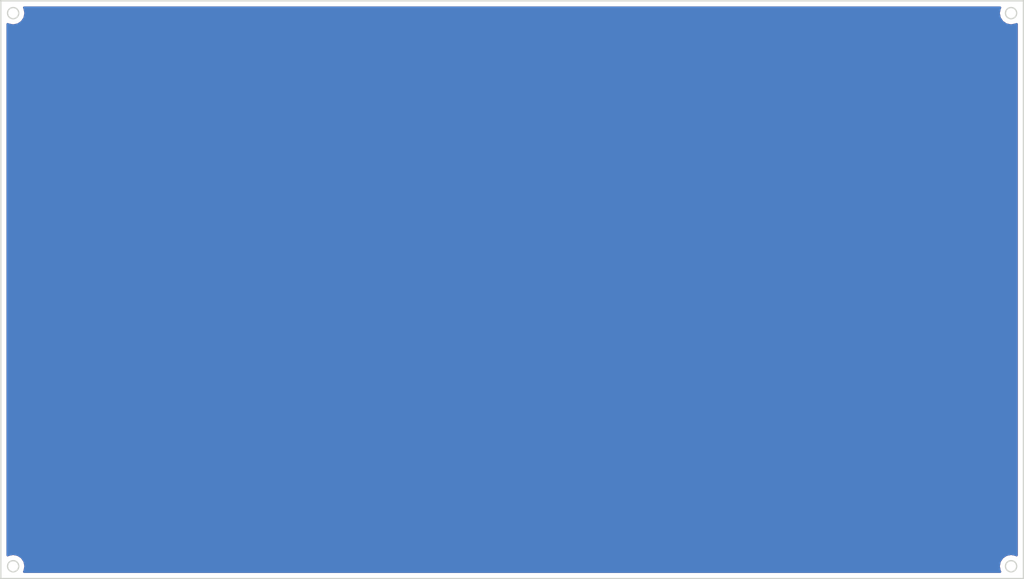
<source format=kicad_pcb>
(kicad_pcb (version 4) (host pcbnew 4.0.6)
  (layers (0 F.Cu signal hide) (31 B.Cu signal hide) (34 B.Paste user) (35 F.Paste user) (36 B.SilkS user) (37 F.SilkS user) (38 B.Mask user) (39 F.Mask user) (44 Edge.Cuts user))
  (net 0 "")
  (module twinpeaks:drill1mm (layer F.Cu) (at 159.004 93.472)
    (fp_text reference REF** hide)
    (fp_text value drill1 hide)
    (pad "" np_thru_hole circle (at 0 0) (size 1 1) (drill 1) (layers *.Cu *.Mask))
  )
  (module twinpeaks:drill1mm (layer F.Cu) (at 261.112 93.472)
    (fp_text reference REF** hide)
    (fp_text value drill1 hide)
    (pad "" np_thru_hole circle (at 0 0) (size 1 1) (drill 1) (layers *.Cu *.Mask))
  )
  (module twinpeaks:drill1mm (layer F.Cu) (at 159.004 36.83)
    (fp_text reference REF** hide)
    (fp_text value drill1 hide)
    (pad "" np_thru_hole circle (at 0 0) (size 1 1) (drill 1) (layers *.Cu *.Mask))
  )
  (module twinpeaks:old-coop (layer F.Cu) (at 253.746 51.054)
    (fp_text reference G*** hide)
    (fp_text value LOGO hide)
  )
  (module twinpeaks:coop3 (layer B.Cu) (at 184.404 67.818)
    (fp_text reference G*** hide)
    (fp_text value LOGO hide)
  )
  (module twinpeaks:zig (layer F.Cu) (at 212.09 65.278)
    (fp_text reference G*** hide)
    (fp_text value LOGO hide)
  )
  (module twinpeaks:drill1mm (layer F.Cu) (at 261.112 36.83)
    (fp_text reference REF** hide)
    (fp_text value drill1 hide)
    (pad "" np_thru_hole circle (at 0 0) (size 1 1) (drill 1) (layers *.Cu *.Mask))
  )
  (module twinpeaks:coop (layer F.Cu) (at 164.592 49.022)
    (fp_text reference G*** hide)
    (fp_text value LOGO hide)
  )
  (gr_line (start 157.734 35.56) (end 157.734 94.742) (angle 90) (layer Edge.Cuts) (width 0.15))
  (gr_circle (center 159.004 36.83) (end 159.512 37.084) (layer Edge.Cuts) (width 0.15))
  (gr_circle (center 159.004 93.472) (end 158.496 93.218) (layer Edge.Cuts) (width 0.15))
  (gr_circle (center 261.112 93.472) (end 260.604 93.218) (layer Edge.Cuts) (width 0.15))
  (gr_circle (center 261.112 36.83) (end 260.604 36.576) (layer Edge.Cuts) (width 0.15))
  (gr_line (start 262.382 94.742) (end 157.734 94.742) (angle 90) (layer Edge.Cuts) (width 0.15))
  (gr_line (start 262.382 35.56) (end 262.382 94.742) (angle 90) (layer Edge.Cuts) (width 0.15))
  (gr_line (start 157.734 35.56) (end 262.382 35.56) (angle 90) (layer Edge.Cuts) (width 0.15))
  (zone (net 0) (net_name "") (layer F.Cu) (connect_pads (clearance 0.508)) (min_thickness 0.254) (fill yes (arc_segments 16) (thermal_gap 0.508) (thermal_bridge_width 0.508))
    (polygon (pts (xy 151.638 33.02) (xy 271.018 33.02) (xy 270.256 100.076) (xy 148.844 101.6) (xy 150.368 33.02)))
  )
  (zone (net 0) (net_name "") (layer B.Cu) (connect_pads (clearance 0.508)) (min_thickness 0.254) (fill yes (arc_segments 16) (thermal_gap 0.508) (thermal_bridge_width 0.508))
    (polygon (pts (xy 147.066 30.48) (xy 277.876 30.734) (xy 275.59 101.854) (xy 141.478 103.886) (xy 144.526 32.004)))
  )
)
</source>
